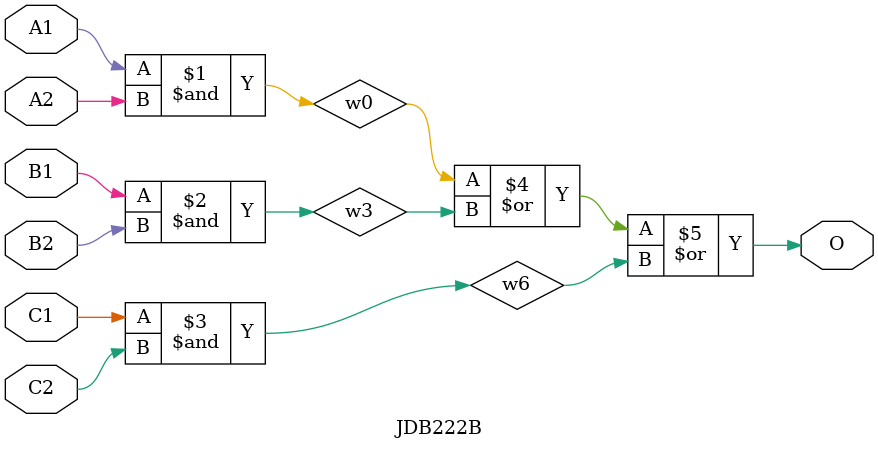
<source format=v>
module JDB222B(A1, A2, B1, B2, C1, C2, O);
input   A1;
input   A2;
input   B1;
input   B2;
input   C1;
input   C2;
output  O;
and g0(w0, A1, A2);
and g1(w3, B1, B2);
and g2(w6, C1, C2);
or g3(O, w0, w3, w6);
endmodule
</source>
